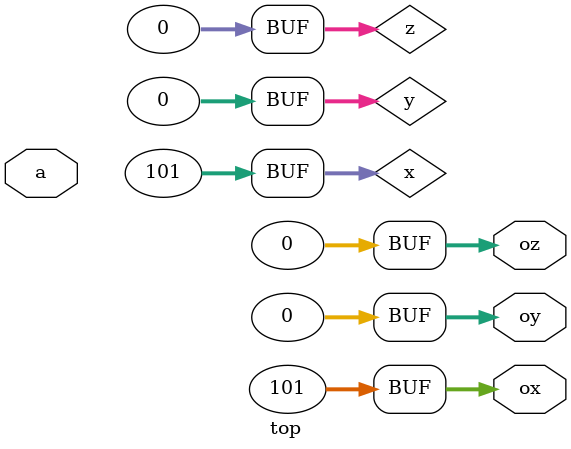
<source format=v>
/* Generated by Yosys 0.62+39 (git sha1 131911291-dirty, g++ 11.4.0-1ubuntu1~22.04.2 -Og -fPIC) */

(* top =  1  *)
(* src = "dut.sv:1.1-31.10" *)
module top(a, ox, oy, oz);
  (* src = "dut.sv:2.18-2.19" *)
  input [31:0] a;
  wire [31:0] a;
  (* src = "dut.sv:3.23-3.25" *)
  output [31:0] ox;
  wire [31:0] ox;
  (* src = "dut.sv:3.27-3.29" *)
  output [31:0] oy;
  wire [31:0] oy;
  (* src = "dut.sv:3.31-3.33" *)
  output [31:0] oz;
  wire [31:0] oz;
  (* src = "dut.sv:5.13-5.14" *)
  wire [31:0] x;
  (* src = "dut.sv:5.16-5.17" *)
  wire [31:0] y;
  (* src = "dut.sv:5.19-5.20" *)
  wire [31:0] z;
  assign z = 32'd0;
  assign y = 32'd0;
  assign x = 32'd101;
  assign oz = 32'd0;
  assign oy = 32'd0;
  assign ox = 32'd101;
endmodule

</source>
